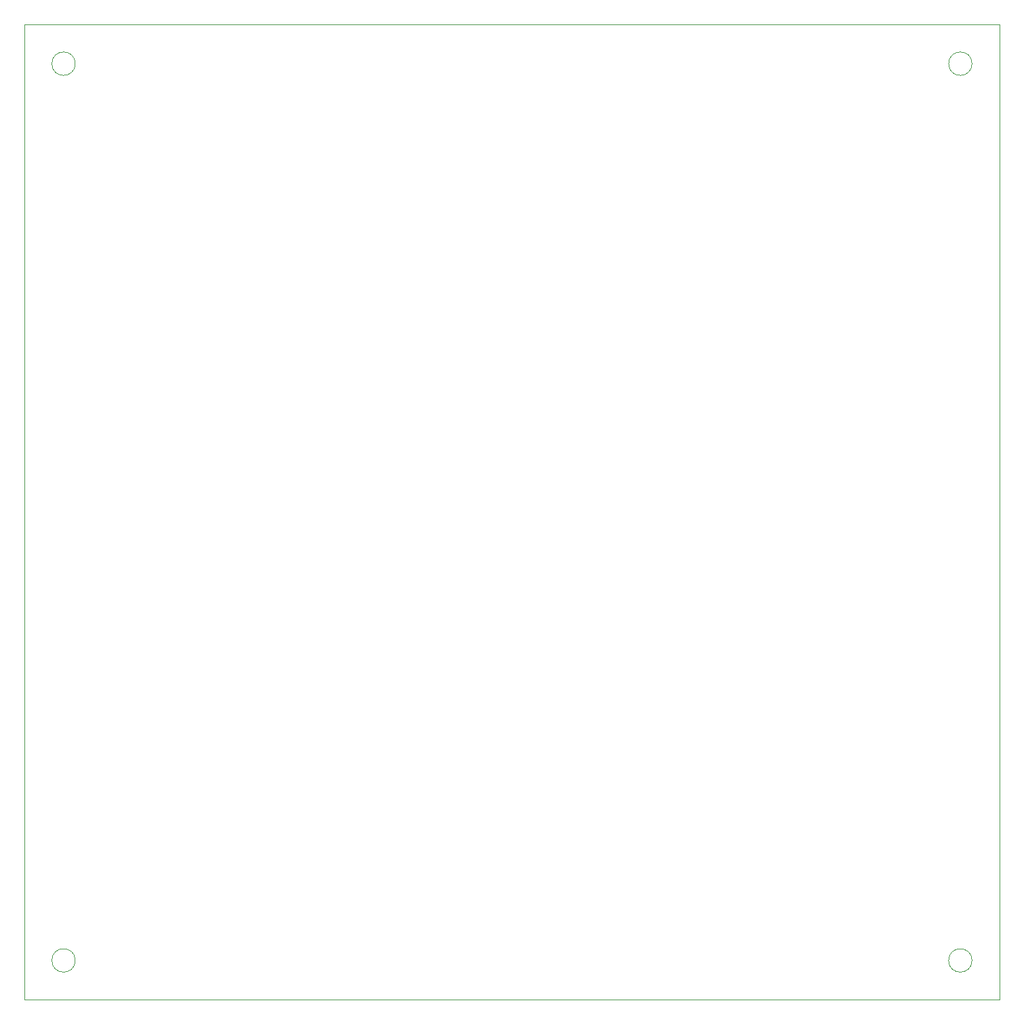
<source format=gm1>
G04 #@! TF.GenerationSoftware,KiCad,Pcbnew,9.0.5*
G04 #@! TF.CreationDate,2025-10-27T23:16:19-07:00*
G04 #@! TF.ProjectId,zotbins_2025_wrover_pcb,7a6f7462-696e-4735-9f32-3032355f7772,rev?*
G04 #@! TF.SameCoordinates,Original*
G04 #@! TF.FileFunction,Profile,NP*
%FSLAX46Y46*%
G04 Gerber Fmt 4.6, Leading zero omitted, Abs format (unit mm)*
G04 Created by KiCad (PCBNEW 9.0.5) date 2025-10-27 23:16:19*
%MOMM*%
%LPD*%
G01*
G04 APERTURE LIST*
G04 #@! TA.AperFunction,Profile*
%ADD10C,0.050000*%
G04 #@! TD*
G04 APERTURE END LIST*
D10*
X93000000Y-37400000D02*
X218000000Y-37400000D01*
X218000000Y-162400000D01*
X93000000Y-162400000D01*
X93000000Y-37400000D01*
X214500000Y-157400000D02*
G75*
G02*
X211500000Y-157400000I-1500000J0D01*
G01*
X211500000Y-157400000D02*
G75*
G02*
X214500000Y-157400000I1500000J0D01*
G01*
X214500000Y-42400000D02*
G75*
G02*
X211500000Y-42400000I-1500000J0D01*
G01*
X211500000Y-42400000D02*
G75*
G02*
X214500000Y-42400000I1500000J0D01*
G01*
X99500000Y-157400000D02*
G75*
G02*
X96500000Y-157400000I-1500000J0D01*
G01*
X96500000Y-157400000D02*
G75*
G02*
X99500000Y-157400000I1500000J0D01*
G01*
X99500000Y-42400000D02*
G75*
G02*
X96500000Y-42400000I-1500000J0D01*
G01*
X96500000Y-42400000D02*
G75*
G02*
X99500000Y-42400000I1500000J0D01*
G01*
M02*

</source>
